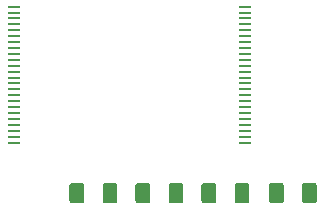
<source format=gbr>
G04 #@! TF.GenerationSoftware,KiCad,Pcbnew,5.1.5-52549c5~84~ubuntu18.04.1*
G04 #@! TF.CreationDate,2020-04-22T17:59:46-07:00*
G04 #@! TF.ProjectId,rom,726f6d2e-6b69-4636-9164-5f7063625858,rev?*
G04 #@! TF.SameCoordinates,Original*
G04 #@! TF.FileFunction,Paste,Top*
G04 #@! TF.FilePolarity,Positive*
%FSLAX46Y46*%
G04 Gerber Fmt 4.6, Leading zero omitted, Abs format (unit mm)*
G04 Created by KiCad (PCBNEW 5.1.5-52549c5~84~ubuntu18.04.1) date 2020-04-22 17:59:46*
%MOMM*%
%LPD*%
G04 APERTURE LIST*
%ADD10C,0.100000*%
%ADD11R,1.100000X0.250000*%
G04 APERTURE END LIST*
D10*
G36*
X169947504Y-75834204D02*
G01*
X169971773Y-75837804D01*
X169995571Y-75843765D01*
X170018671Y-75852030D01*
X170040849Y-75862520D01*
X170061893Y-75875133D01*
X170081598Y-75889747D01*
X170099777Y-75906223D01*
X170116253Y-75924402D01*
X170130867Y-75944107D01*
X170143480Y-75965151D01*
X170153970Y-75987329D01*
X170162235Y-76010429D01*
X170168196Y-76034227D01*
X170171796Y-76058496D01*
X170173000Y-76083000D01*
X170173000Y-77333000D01*
X170171796Y-77357504D01*
X170168196Y-77381773D01*
X170162235Y-77405571D01*
X170153970Y-77428671D01*
X170143480Y-77450849D01*
X170130867Y-77471893D01*
X170116253Y-77491598D01*
X170099777Y-77509777D01*
X170081598Y-77526253D01*
X170061893Y-77540867D01*
X170040849Y-77553480D01*
X170018671Y-77563970D01*
X169995571Y-77572235D01*
X169971773Y-77578196D01*
X169947504Y-77581796D01*
X169923000Y-77583000D01*
X169173000Y-77583000D01*
X169148496Y-77581796D01*
X169124227Y-77578196D01*
X169100429Y-77572235D01*
X169077329Y-77563970D01*
X169055151Y-77553480D01*
X169034107Y-77540867D01*
X169014402Y-77526253D01*
X168996223Y-77509777D01*
X168979747Y-77491598D01*
X168965133Y-77471893D01*
X168952520Y-77450849D01*
X168942030Y-77428671D01*
X168933765Y-77405571D01*
X168927804Y-77381773D01*
X168924204Y-77357504D01*
X168923000Y-77333000D01*
X168923000Y-76083000D01*
X168924204Y-76058496D01*
X168927804Y-76034227D01*
X168933765Y-76010429D01*
X168942030Y-75987329D01*
X168952520Y-75965151D01*
X168965133Y-75944107D01*
X168979747Y-75924402D01*
X168996223Y-75906223D01*
X169014402Y-75889747D01*
X169034107Y-75875133D01*
X169055151Y-75862520D01*
X169077329Y-75852030D01*
X169100429Y-75843765D01*
X169124227Y-75837804D01*
X169148496Y-75834204D01*
X169173000Y-75833000D01*
X169923000Y-75833000D01*
X169947504Y-75834204D01*
G37*
G36*
X167147504Y-75834204D02*
G01*
X167171773Y-75837804D01*
X167195571Y-75843765D01*
X167218671Y-75852030D01*
X167240849Y-75862520D01*
X167261893Y-75875133D01*
X167281598Y-75889747D01*
X167299777Y-75906223D01*
X167316253Y-75924402D01*
X167330867Y-75944107D01*
X167343480Y-75965151D01*
X167353970Y-75987329D01*
X167362235Y-76010429D01*
X167368196Y-76034227D01*
X167371796Y-76058496D01*
X167373000Y-76083000D01*
X167373000Y-77333000D01*
X167371796Y-77357504D01*
X167368196Y-77381773D01*
X167362235Y-77405571D01*
X167353970Y-77428671D01*
X167343480Y-77450849D01*
X167330867Y-77471893D01*
X167316253Y-77491598D01*
X167299777Y-77509777D01*
X167281598Y-77526253D01*
X167261893Y-77540867D01*
X167240849Y-77553480D01*
X167218671Y-77563970D01*
X167195571Y-77572235D01*
X167171773Y-77578196D01*
X167147504Y-77581796D01*
X167123000Y-77583000D01*
X166373000Y-77583000D01*
X166348496Y-77581796D01*
X166324227Y-77578196D01*
X166300429Y-77572235D01*
X166277329Y-77563970D01*
X166255151Y-77553480D01*
X166234107Y-77540867D01*
X166214402Y-77526253D01*
X166196223Y-77509777D01*
X166179747Y-77491598D01*
X166165133Y-77471893D01*
X166152520Y-77450849D01*
X166142030Y-77428671D01*
X166133765Y-77405571D01*
X166127804Y-77381773D01*
X166124204Y-77357504D01*
X166123000Y-77333000D01*
X166123000Y-76083000D01*
X166124204Y-76058496D01*
X166127804Y-76034227D01*
X166133765Y-76010429D01*
X166142030Y-75987329D01*
X166152520Y-75965151D01*
X166165133Y-75944107D01*
X166179747Y-75924402D01*
X166196223Y-75906223D01*
X166214402Y-75889747D01*
X166234107Y-75875133D01*
X166255151Y-75862520D01*
X166277329Y-75852030D01*
X166300429Y-75843765D01*
X166324227Y-75837804D01*
X166348496Y-75834204D01*
X166373000Y-75833000D01*
X167123000Y-75833000D01*
X167147504Y-75834204D01*
G37*
G36*
X175659504Y-75834204D02*
G01*
X175683773Y-75837804D01*
X175707571Y-75843765D01*
X175730671Y-75852030D01*
X175752849Y-75862520D01*
X175773893Y-75875133D01*
X175793598Y-75889747D01*
X175811777Y-75906223D01*
X175828253Y-75924402D01*
X175842867Y-75944107D01*
X175855480Y-75965151D01*
X175865970Y-75987329D01*
X175874235Y-76010429D01*
X175880196Y-76034227D01*
X175883796Y-76058496D01*
X175885000Y-76083000D01*
X175885000Y-77333000D01*
X175883796Y-77357504D01*
X175880196Y-77381773D01*
X175874235Y-77405571D01*
X175865970Y-77428671D01*
X175855480Y-77450849D01*
X175842867Y-77471893D01*
X175828253Y-77491598D01*
X175811777Y-77509777D01*
X175793598Y-77526253D01*
X175773893Y-77540867D01*
X175752849Y-77553480D01*
X175730671Y-77563970D01*
X175707571Y-77572235D01*
X175683773Y-77578196D01*
X175659504Y-77581796D01*
X175635000Y-77583000D01*
X174885000Y-77583000D01*
X174860496Y-77581796D01*
X174836227Y-77578196D01*
X174812429Y-77572235D01*
X174789329Y-77563970D01*
X174767151Y-77553480D01*
X174746107Y-77540867D01*
X174726402Y-77526253D01*
X174708223Y-77509777D01*
X174691747Y-77491598D01*
X174677133Y-77471893D01*
X174664520Y-77450849D01*
X174654030Y-77428671D01*
X174645765Y-77405571D01*
X174639804Y-77381773D01*
X174636204Y-77357504D01*
X174635000Y-77333000D01*
X174635000Y-76083000D01*
X174636204Y-76058496D01*
X174639804Y-76034227D01*
X174645765Y-76010429D01*
X174654030Y-75987329D01*
X174664520Y-75965151D01*
X174677133Y-75944107D01*
X174691747Y-75924402D01*
X174708223Y-75906223D01*
X174726402Y-75889747D01*
X174746107Y-75875133D01*
X174767151Y-75862520D01*
X174789329Y-75852030D01*
X174812429Y-75843765D01*
X174836227Y-75837804D01*
X174860496Y-75834204D01*
X174885000Y-75833000D01*
X175635000Y-75833000D01*
X175659504Y-75834204D01*
G37*
G36*
X172859504Y-75834204D02*
G01*
X172883773Y-75837804D01*
X172907571Y-75843765D01*
X172930671Y-75852030D01*
X172952849Y-75862520D01*
X172973893Y-75875133D01*
X172993598Y-75889747D01*
X173011777Y-75906223D01*
X173028253Y-75924402D01*
X173042867Y-75944107D01*
X173055480Y-75965151D01*
X173065970Y-75987329D01*
X173074235Y-76010429D01*
X173080196Y-76034227D01*
X173083796Y-76058496D01*
X173085000Y-76083000D01*
X173085000Y-77333000D01*
X173083796Y-77357504D01*
X173080196Y-77381773D01*
X173074235Y-77405571D01*
X173065970Y-77428671D01*
X173055480Y-77450849D01*
X173042867Y-77471893D01*
X173028253Y-77491598D01*
X173011777Y-77509777D01*
X172993598Y-77526253D01*
X172973893Y-77540867D01*
X172952849Y-77553480D01*
X172930671Y-77563970D01*
X172907571Y-77572235D01*
X172883773Y-77578196D01*
X172859504Y-77581796D01*
X172835000Y-77583000D01*
X172085000Y-77583000D01*
X172060496Y-77581796D01*
X172036227Y-77578196D01*
X172012429Y-77572235D01*
X171989329Y-77563970D01*
X171967151Y-77553480D01*
X171946107Y-77540867D01*
X171926402Y-77526253D01*
X171908223Y-77509777D01*
X171891747Y-77491598D01*
X171877133Y-77471893D01*
X171864520Y-77450849D01*
X171854030Y-77428671D01*
X171845765Y-77405571D01*
X171839804Y-77381773D01*
X171836204Y-77357504D01*
X171835000Y-77333000D01*
X171835000Y-76083000D01*
X171836204Y-76058496D01*
X171839804Y-76034227D01*
X171845765Y-76010429D01*
X171854030Y-75987329D01*
X171864520Y-75965151D01*
X171877133Y-75944107D01*
X171891747Y-75924402D01*
X171908223Y-75906223D01*
X171926402Y-75889747D01*
X171946107Y-75875133D01*
X171967151Y-75862520D01*
X171989329Y-75852030D01*
X172012429Y-75843765D01*
X172036227Y-75837804D01*
X172060496Y-75834204D01*
X172085000Y-75833000D01*
X172835000Y-75833000D01*
X172859504Y-75834204D01*
G37*
D11*
X150270000Y-72425000D03*
X150270000Y-71925000D03*
X150270000Y-71425000D03*
X150270000Y-70925000D03*
X150270000Y-70425000D03*
X150270000Y-69925000D03*
X150270000Y-69425000D03*
X150270000Y-68925000D03*
X150270000Y-68425000D03*
X150270000Y-67925000D03*
X150270000Y-67425000D03*
X150270000Y-66925000D03*
X150270000Y-66425000D03*
X150270000Y-65925000D03*
X150270000Y-65425000D03*
X150270000Y-64925000D03*
X150270000Y-64425000D03*
X150270000Y-63925000D03*
X150270000Y-63425000D03*
X150270000Y-62925000D03*
X150270000Y-62425000D03*
X150270000Y-61925000D03*
X150270000Y-61425000D03*
X169770000Y-60925000D03*
X169770000Y-61425000D03*
X169770000Y-61925000D03*
X169770000Y-62425000D03*
X169770000Y-62925000D03*
X169770000Y-63425000D03*
X169770000Y-63925000D03*
X169770000Y-64425000D03*
X169770000Y-64925000D03*
X169770000Y-65425000D03*
X169770000Y-65925000D03*
X169770000Y-66425000D03*
X169770000Y-66925000D03*
X169770000Y-67425000D03*
X169770000Y-67925000D03*
X169770000Y-68425000D03*
X169770000Y-68925000D03*
X169770000Y-69425000D03*
X169770000Y-69925000D03*
X169770000Y-70425000D03*
X169770000Y-70925000D03*
X169770000Y-71425000D03*
X169770000Y-71925000D03*
X150270000Y-60925000D03*
X169770000Y-72425000D03*
D10*
G36*
X164359504Y-75834204D02*
G01*
X164383773Y-75837804D01*
X164407571Y-75843765D01*
X164430671Y-75852030D01*
X164452849Y-75862520D01*
X164473893Y-75875133D01*
X164493598Y-75889747D01*
X164511777Y-75906223D01*
X164528253Y-75924402D01*
X164542867Y-75944107D01*
X164555480Y-75965151D01*
X164565970Y-75987329D01*
X164574235Y-76010429D01*
X164580196Y-76034227D01*
X164583796Y-76058496D01*
X164585000Y-76083000D01*
X164585000Y-77333000D01*
X164583796Y-77357504D01*
X164580196Y-77381773D01*
X164574235Y-77405571D01*
X164565970Y-77428671D01*
X164555480Y-77450849D01*
X164542867Y-77471893D01*
X164528253Y-77491598D01*
X164511777Y-77509777D01*
X164493598Y-77526253D01*
X164473893Y-77540867D01*
X164452849Y-77553480D01*
X164430671Y-77563970D01*
X164407571Y-77572235D01*
X164383773Y-77578196D01*
X164359504Y-77581796D01*
X164335000Y-77583000D01*
X163585000Y-77583000D01*
X163560496Y-77581796D01*
X163536227Y-77578196D01*
X163512429Y-77572235D01*
X163489329Y-77563970D01*
X163467151Y-77553480D01*
X163446107Y-77540867D01*
X163426402Y-77526253D01*
X163408223Y-77509777D01*
X163391747Y-77491598D01*
X163377133Y-77471893D01*
X163364520Y-77450849D01*
X163354030Y-77428671D01*
X163345765Y-77405571D01*
X163339804Y-77381773D01*
X163336204Y-77357504D01*
X163335000Y-77333000D01*
X163335000Y-76083000D01*
X163336204Y-76058496D01*
X163339804Y-76034227D01*
X163345765Y-76010429D01*
X163354030Y-75987329D01*
X163364520Y-75965151D01*
X163377133Y-75944107D01*
X163391747Y-75924402D01*
X163408223Y-75906223D01*
X163426402Y-75889747D01*
X163446107Y-75875133D01*
X163467151Y-75862520D01*
X163489329Y-75852030D01*
X163512429Y-75843765D01*
X163536227Y-75837804D01*
X163560496Y-75834204D01*
X163585000Y-75833000D01*
X164335000Y-75833000D01*
X164359504Y-75834204D01*
G37*
G36*
X161559504Y-75834204D02*
G01*
X161583773Y-75837804D01*
X161607571Y-75843765D01*
X161630671Y-75852030D01*
X161652849Y-75862520D01*
X161673893Y-75875133D01*
X161693598Y-75889747D01*
X161711777Y-75906223D01*
X161728253Y-75924402D01*
X161742867Y-75944107D01*
X161755480Y-75965151D01*
X161765970Y-75987329D01*
X161774235Y-76010429D01*
X161780196Y-76034227D01*
X161783796Y-76058496D01*
X161785000Y-76083000D01*
X161785000Y-77333000D01*
X161783796Y-77357504D01*
X161780196Y-77381773D01*
X161774235Y-77405571D01*
X161765970Y-77428671D01*
X161755480Y-77450849D01*
X161742867Y-77471893D01*
X161728253Y-77491598D01*
X161711777Y-77509777D01*
X161693598Y-77526253D01*
X161673893Y-77540867D01*
X161652849Y-77553480D01*
X161630671Y-77563970D01*
X161607571Y-77572235D01*
X161583773Y-77578196D01*
X161559504Y-77581796D01*
X161535000Y-77583000D01*
X160785000Y-77583000D01*
X160760496Y-77581796D01*
X160736227Y-77578196D01*
X160712429Y-77572235D01*
X160689329Y-77563970D01*
X160667151Y-77553480D01*
X160646107Y-77540867D01*
X160626402Y-77526253D01*
X160608223Y-77509777D01*
X160591747Y-77491598D01*
X160577133Y-77471893D01*
X160564520Y-77450849D01*
X160554030Y-77428671D01*
X160545765Y-77405571D01*
X160539804Y-77381773D01*
X160536204Y-77357504D01*
X160535000Y-77333000D01*
X160535000Y-76083000D01*
X160536204Y-76058496D01*
X160539804Y-76034227D01*
X160545765Y-76010429D01*
X160554030Y-75987329D01*
X160564520Y-75965151D01*
X160577133Y-75944107D01*
X160591747Y-75924402D01*
X160608223Y-75906223D01*
X160626402Y-75889747D01*
X160646107Y-75875133D01*
X160667151Y-75862520D01*
X160689329Y-75852030D01*
X160712429Y-75843765D01*
X160736227Y-75837804D01*
X160760496Y-75834204D01*
X160785000Y-75833000D01*
X161535000Y-75833000D01*
X161559504Y-75834204D01*
G37*
G36*
X158771504Y-75834204D02*
G01*
X158795773Y-75837804D01*
X158819571Y-75843765D01*
X158842671Y-75852030D01*
X158864849Y-75862520D01*
X158885893Y-75875133D01*
X158905598Y-75889747D01*
X158923777Y-75906223D01*
X158940253Y-75924402D01*
X158954867Y-75944107D01*
X158967480Y-75965151D01*
X158977970Y-75987329D01*
X158986235Y-76010429D01*
X158992196Y-76034227D01*
X158995796Y-76058496D01*
X158997000Y-76083000D01*
X158997000Y-77333000D01*
X158995796Y-77357504D01*
X158992196Y-77381773D01*
X158986235Y-77405571D01*
X158977970Y-77428671D01*
X158967480Y-77450849D01*
X158954867Y-77471893D01*
X158940253Y-77491598D01*
X158923777Y-77509777D01*
X158905598Y-77526253D01*
X158885893Y-77540867D01*
X158864849Y-77553480D01*
X158842671Y-77563970D01*
X158819571Y-77572235D01*
X158795773Y-77578196D01*
X158771504Y-77581796D01*
X158747000Y-77583000D01*
X157997000Y-77583000D01*
X157972496Y-77581796D01*
X157948227Y-77578196D01*
X157924429Y-77572235D01*
X157901329Y-77563970D01*
X157879151Y-77553480D01*
X157858107Y-77540867D01*
X157838402Y-77526253D01*
X157820223Y-77509777D01*
X157803747Y-77491598D01*
X157789133Y-77471893D01*
X157776520Y-77450849D01*
X157766030Y-77428671D01*
X157757765Y-77405571D01*
X157751804Y-77381773D01*
X157748204Y-77357504D01*
X157747000Y-77333000D01*
X157747000Y-76083000D01*
X157748204Y-76058496D01*
X157751804Y-76034227D01*
X157757765Y-76010429D01*
X157766030Y-75987329D01*
X157776520Y-75965151D01*
X157789133Y-75944107D01*
X157803747Y-75924402D01*
X157820223Y-75906223D01*
X157838402Y-75889747D01*
X157858107Y-75875133D01*
X157879151Y-75862520D01*
X157901329Y-75852030D01*
X157924429Y-75843765D01*
X157948227Y-75837804D01*
X157972496Y-75834204D01*
X157997000Y-75833000D01*
X158747000Y-75833000D01*
X158771504Y-75834204D01*
G37*
G36*
X155971504Y-75834204D02*
G01*
X155995773Y-75837804D01*
X156019571Y-75843765D01*
X156042671Y-75852030D01*
X156064849Y-75862520D01*
X156085893Y-75875133D01*
X156105598Y-75889747D01*
X156123777Y-75906223D01*
X156140253Y-75924402D01*
X156154867Y-75944107D01*
X156167480Y-75965151D01*
X156177970Y-75987329D01*
X156186235Y-76010429D01*
X156192196Y-76034227D01*
X156195796Y-76058496D01*
X156197000Y-76083000D01*
X156197000Y-77333000D01*
X156195796Y-77357504D01*
X156192196Y-77381773D01*
X156186235Y-77405571D01*
X156177970Y-77428671D01*
X156167480Y-77450849D01*
X156154867Y-77471893D01*
X156140253Y-77491598D01*
X156123777Y-77509777D01*
X156105598Y-77526253D01*
X156085893Y-77540867D01*
X156064849Y-77553480D01*
X156042671Y-77563970D01*
X156019571Y-77572235D01*
X155995773Y-77578196D01*
X155971504Y-77581796D01*
X155947000Y-77583000D01*
X155197000Y-77583000D01*
X155172496Y-77581796D01*
X155148227Y-77578196D01*
X155124429Y-77572235D01*
X155101329Y-77563970D01*
X155079151Y-77553480D01*
X155058107Y-77540867D01*
X155038402Y-77526253D01*
X155020223Y-77509777D01*
X155003747Y-77491598D01*
X154989133Y-77471893D01*
X154976520Y-77450849D01*
X154966030Y-77428671D01*
X154957765Y-77405571D01*
X154951804Y-77381773D01*
X154948204Y-77357504D01*
X154947000Y-77333000D01*
X154947000Y-76083000D01*
X154948204Y-76058496D01*
X154951804Y-76034227D01*
X154957765Y-76010429D01*
X154966030Y-75987329D01*
X154976520Y-75965151D01*
X154989133Y-75944107D01*
X155003747Y-75924402D01*
X155020223Y-75906223D01*
X155038402Y-75889747D01*
X155058107Y-75875133D01*
X155079151Y-75862520D01*
X155101329Y-75852030D01*
X155124429Y-75843765D01*
X155148227Y-75837804D01*
X155172496Y-75834204D01*
X155197000Y-75833000D01*
X155947000Y-75833000D01*
X155971504Y-75834204D01*
G37*
M02*

</source>
